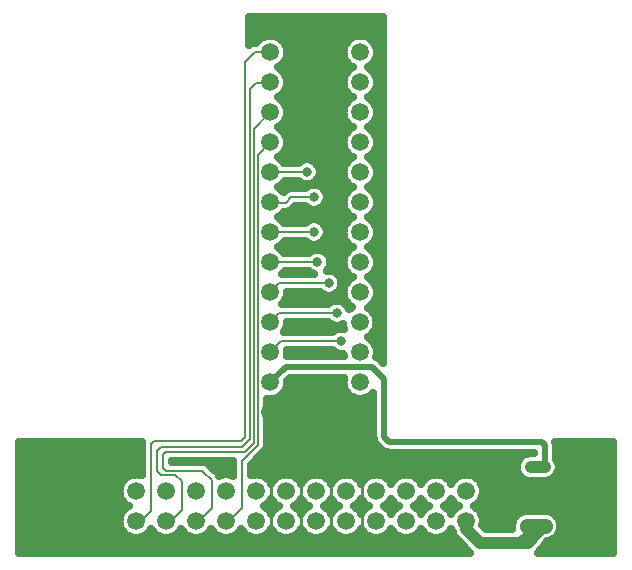
<source format=gbr>
G04 DipTrace 3.0.0.2*
G04 Bottom.gbr*
%MOIN*%
G04 #@! TF.FileFunction,Copper,L2,Bot*
G04 #@! TF.Part,Single*
G04 #@! TA.AperFunction,Conductor*
%ADD10C,0.01*%
%ADD14C,0.007*%
%ADD15C,0.03*%
%ADD17C,0.02*%
%ADD18C,0.028*%
%ADD19C,0.05*%
%ADD20C,0.04*%
G04 #@! TA.AperFunction,CopperBalancing*
%ADD22C,0.025*%
G04 #@! TA.AperFunction,ComponentPad*
%ADD23C,0.059055*%
%ADD27R,0.059055X0.059055*%
G04 #@! TA.AperFunction,ViaPad*
%ADD28C,0.031496*%
%FSLAX26Y26*%
G04*
G70*
G90*
G75*
G01*
G04 Bottom*
%LPD*%
X1410368Y1495013D2*
D14*
X1265473D1*
X1264160Y1493701D1*
X1459711Y1324541D2*
X1295000D1*
X1264160Y1293701D1*
X1117441Y531221D2*
X1125315D1*
X1170079Y575984D1*
Y731103D1*
X1223622Y784646D1*
Y1753163D1*
X1264160Y1793701D1*
X1387402Y1695145D2*
X1265604D1*
X1264160Y1693701D1*
X1410761Y1611286D2*
X1334383D1*
X1315617Y1592520D1*
X1264160D1*
Y1593701D1*
X817441Y531221D2*
X833058D1*
X867586Y565748D1*
Y788583D1*
X876378Y797376D1*
X1166667D1*
X1180709Y811418D1*
Y2062074D1*
X1213780Y2095145D1*
X1262717D1*
X1264160Y2093701D1*
Y893701D2*
D10*
Y652638D1*
X1268373Y648425D1*
Y454725D1*
X1276378Y446719D1*
X1523622D1*
X1568767Y491864D1*
Y889095D1*
X1564160Y893701D1*
Y761929D1*
X1467454Y665223D1*
Y467848D1*
X1387533D1*
X1366011Y489370D1*
Y791851D1*
X1264160Y893701D1*
X607087Y556299D2*
D14*
X649082D1*
X765092Y440289D1*
X1279232D1*
D10*
X1276378Y446719D1*
X1264160Y993701D2*
D17*
X1315866Y1045407D1*
X1603281D1*
X1644620Y1004068D1*
Y812074D1*
X1660761Y795932D1*
X2168898D1*
X2179397Y785433D1*
Y711155D1*
Y514698D2*
D15*
X2135433Y470735D1*
D18*
X2101969D1*
D17*
X2126509Y495276D1*
Y508662D1*
X2120998Y514173D1*
D19*
X2179397Y514698D1*
X2131890Y711024D2*
D20*
X2179397Y711155D1*
X1917441Y531221D2*
Y505525D1*
X1964305Y458662D1*
X2123360D1*
X2135433Y470735D1*
X1017441Y531221D2*
D14*
X1026759D1*
X1069029Y573491D1*
Y667323D1*
X1036877Y699475D1*
X916667D1*
X908268Y707874D1*
Y754593D1*
X916142Y762467D1*
X1180578D1*
X1210236Y792126D1*
Y1839777D1*
X1264160Y1893701D1*
X917441Y531221D2*
X932271D1*
X970998Y569948D1*
Y663517D1*
X948425Y686089D1*
X900131D1*
X887271Y698950D1*
Y766667D1*
X900131Y779528D1*
X1170998D1*
X1195276Y803806D1*
Y1970866D1*
X1217454Y1993045D1*
X1263504D1*
X1264160Y1993701D1*
X1421654Y1394882D2*
X1265341D1*
X1264160Y1393701D1*
X1486221Y1224803D2*
X1293701D1*
X1264160Y1195263D1*
Y1193701D1*
X1500919Y1131103D2*
X1301562D1*
X1264160Y1093701D1*
D28*
X1410368Y1495013D3*
X1459711Y1324541D3*
X1387402Y1695145D3*
X1410761Y1611286D3*
X607087Y556299D3*
X2179397Y711155D3*
Y514698D3*
D3*
Y711155D3*
X1421654Y1394882D3*
X1486221Y1224803D3*
X1500919Y1131103D3*
X2131890Y711024D3*
X2120998Y514173D3*
X1196402Y2186726D2*
D22*
X1638227D1*
X1196402Y2161857D2*
X1638227D1*
X1196402Y2136988D2*
X1226118D1*
X1302211D2*
X1526118D1*
X1602211D2*
X1638227D1*
X1319546Y2112120D2*
X1508735D1*
X1619546D2*
X1638227D1*
X1322328Y2087251D2*
X1506000D1*
X1622328D2*
X1638227D1*
X1313100Y2062382D2*
X1515230D1*
X1613100D2*
X1638227D1*
X1301576Y2037513D2*
X1526752D1*
X1601576D2*
X1638227D1*
X1319399Y2012645D2*
X1508931D1*
X1619399D2*
X1638227D1*
X1322378Y1987776D2*
X1505952D1*
X1622378D2*
X1638227D1*
X1313442Y1962907D2*
X1514887D1*
X1613442D2*
X1638227D1*
X1300894Y1938038D2*
X1527436D1*
X1600894D2*
X1638227D1*
X1319204Y1913170D2*
X1509126D1*
X1619204D2*
X1638227D1*
X1322427Y1888301D2*
X1505903D1*
X1622427D2*
X1638227D1*
X1313784Y1863432D2*
X1514546D1*
X1613784D2*
X1638227D1*
X1300210Y1838563D2*
X1528120D1*
X1600210D2*
X1638227D1*
X1319008Y1813694D2*
X1509322D1*
X1619008D2*
X1638227D1*
X1322475Y1788826D2*
X1505855D1*
X1622475D2*
X1638227D1*
X1314126Y1763957D2*
X1514204D1*
X1614126D2*
X1638227D1*
X1299478Y1739088D2*
X1528803D1*
X1599478D2*
X1638227D1*
X1427603Y1714219D2*
X1509516D1*
X1618764D2*
X1638227D1*
X1431752Y1689351D2*
X1505806D1*
X1622524D2*
X1638227D1*
X1314467Y1664482D2*
X1355855D1*
X1418960D2*
X1513862D1*
X1614467D2*
X1638227D1*
X1298744Y1639613D2*
X1322016D1*
X1444595D2*
X1529584D1*
X1598744D2*
X1638227D1*
X1455336Y1614744D2*
X1509760D1*
X1618570D2*
X1638227D1*
X1449672Y1589876D2*
X1505756D1*
X1622574D2*
X1638227D1*
X1330044Y1565007D2*
X1513570D1*
X1614760D2*
X1638227D1*
X1298012Y1540138D2*
X1530318D1*
X1598012D2*
X1638227D1*
X1449916Y1515269D2*
X1509956D1*
X1618374D2*
X1638227D1*
X1454848Y1490400D2*
X1505756D1*
X1622574D2*
X1638227D1*
X1443130Y1465532D2*
X1513227D1*
X1615103D2*
X1638227D1*
X1297183Y1440663D2*
X1531099D1*
X1597183D2*
X1638227D1*
X1460855Y1415794D2*
X1510200D1*
X1618130D2*
X1638227D1*
X1466226Y1390925D2*
X1505708D1*
X1622622D2*
X1638227D1*
X1469986Y1366057D2*
X1512935D1*
X1615395D2*
X1638227D1*
X1501040Y1341188D2*
X1531928D1*
X1596402D2*
X1638227D1*
X1617935Y1316319D2*
X1638227D1*
X1322622Y1291450D2*
X1430952D1*
X1488442D2*
X1505708D1*
X1622622D2*
X1638227D1*
X1315688Y1266582D2*
X1477486D1*
X1494958D2*
X1512642D1*
X1615688D2*
X1638227D1*
X1593960Y1241713D2*
X1638227D1*
X1616079Y1216844D2*
X1638227D1*
X1322671Y1191975D2*
X1457124D1*
X1621059D2*
X1638227D1*
X1315982Y1167107D2*
X1476314D1*
X1614370D2*
X1638227D1*
X1594643Y1142238D2*
X1638227D1*
X1617446Y1117369D2*
X1638227D1*
X1322671Y1092500D2*
X1481294D1*
X1622671D2*
X1638227D1*
X1322671Y993025D2*
X1505659D1*
X1316519Y968156D2*
X1511811D1*
X1291079Y943288D2*
X1537251D1*
X1591079D2*
X1605610D1*
X1256118Y918419D2*
X1605610D1*
X1256118Y893550D2*
X1605610D1*
X1256118Y868681D2*
X1605610D1*
X1256118Y843813D2*
X1605610D1*
X1256118Y818944D2*
X1605610D1*
X428726Y794075D2*
X835591D1*
X1256118D2*
X1610395D1*
X2217348D2*
X2405952D1*
X428726Y769206D2*
X835103D1*
X1251822D2*
X1633394D1*
X2218374D2*
X2405952D1*
X428726Y744337D2*
X835103D1*
X1228238D2*
X2096967D1*
X2218374D2*
X2405952D1*
X428726Y719469D2*
X835103D1*
X1061782D2*
X1137592D1*
X1203383D2*
X2083687D1*
X2227651D2*
X2405952D1*
X428726Y694600D2*
X835103D1*
X1086684D2*
X1137592D1*
X1202554D2*
X2085883D1*
X2225356D2*
X2405952D1*
X428726Y669731D2*
X774263D1*
X1260610D2*
X1274263D1*
X1360610D2*
X1374263D1*
X1460610D2*
X1474263D1*
X1560610D2*
X1574263D1*
X1660610D2*
X1674263D1*
X1760610D2*
X1774263D1*
X1860610D2*
X1874263D1*
X1960610D2*
X2108003D1*
X2202992D2*
X2405952D1*
X428726Y644862D2*
X760591D1*
X1974282D2*
X2405952D1*
X428726Y619994D2*
X760054D1*
X1974819D2*
X2405952D1*
X428726Y595125D2*
X772114D1*
X1262759D2*
X1272113D1*
X1362759D2*
X1372113D1*
X1462759D2*
X1472113D1*
X1562759D2*
X1572113D1*
X1662759D2*
X1672113D1*
X1762759D2*
X1772113D1*
X1862759D2*
X1872113D1*
X1962759D2*
X2405952D1*
X428726Y570256D2*
X774751D1*
X1260122D2*
X1274751D1*
X1360122D2*
X1374751D1*
X1460122D2*
X1474751D1*
X1560122D2*
X1574751D1*
X1660122D2*
X1674751D1*
X1760122D2*
X1774751D1*
X1860122D2*
X1874751D1*
X1960122D2*
X2405952D1*
X428726Y545387D2*
X760738D1*
X1974135D2*
X2077534D1*
X2223256D2*
X2405952D1*
X428726Y520519D2*
X759956D1*
X1974916D2*
X2067378D1*
X2233071D2*
X2405952D1*
X428726Y495650D2*
X771675D1*
X863198D2*
X871672D1*
X963198D2*
X971672D1*
X1063198D2*
X1071672D1*
X1163198D2*
X1171672D1*
X1263198D2*
X1271672D1*
X1363198D2*
X1371672D1*
X1463198D2*
X1471672D1*
X1563198D2*
X1571672D1*
X1663198D2*
X1671672D1*
X1763198D2*
X1771672D1*
X2229751D2*
X2405952D1*
X428726Y470781D2*
X1883931D1*
X2208803D2*
X2405952D1*
X428726Y445912D2*
X1908784D1*
X2177260D2*
X2405952D1*
X1608130Y959059D2*
X1603772Y954089D1*
X1597088Y948381D1*
X1589592Y943788D1*
X1581471Y940423D1*
X1572924Y938372D1*
X1564160Y937681D1*
X1555397Y938372D1*
X1546849Y940423D1*
X1538729Y943788D1*
X1531232Y948381D1*
X1524549Y954089D1*
X1518840Y960773D1*
X1514247Y968269D1*
X1510882Y976390D1*
X1508831Y984937D1*
X1508141Y993701D1*
X1508831Y1002465D1*
X1510290Y1008912D1*
X1330966Y1008915D1*
X1320023Y997956D1*
X1320007Y989306D1*
X1318631Y980624D1*
X1315916Y972263D1*
X1311925Y964431D1*
X1306757Y957319D1*
X1300542Y951104D1*
X1293431Y945936D1*
X1285599Y941945D1*
X1277238Y939230D1*
X1268555Y937855D1*
X1259765D1*
X1253628Y938723D1*
X1253523Y782293D1*
X1252146Y775378D1*
X1249194Y768975D1*
X1244830Y763439D1*
X1200071Y718603D1*
X1200130Y684499D1*
X1208677Y686550D1*
X1217441Y687240D1*
X1226205Y686550D1*
X1234752Y684499D1*
X1242873Y681134D1*
X1250369Y676541D1*
X1257053Y670832D1*
X1262761Y664149D1*
X1267435Y656482D1*
X1272121Y664149D1*
X1277830Y670832D1*
X1284513Y676541D1*
X1292009Y681134D1*
X1300130Y684499D1*
X1308677Y686550D1*
X1317441Y687240D1*
X1326205Y686550D1*
X1334752Y684499D1*
X1342873Y681134D1*
X1350369Y676541D1*
X1357053Y670832D1*
X1362761Y664149D1*
X1367435Y656482D1*
X1372121Y664149D1*
X1377830Y670832D1*
X1384513Y676541D1*
X1392009Y681134D1*
X1400130Y684499D1*
X1408677Y686550D1*
X1417441Y687240D1*
X1426205Y686550D1*
X1434752Y684499D1*
X1442873Y681134D1*
X1450369Y676541D1*
X1457053Y670832D1*
X1462761Y664149D1*
X1467435Y656482D1*
X1472121Y664149D1*
X1477830Y670832D1*
X1484513Y676541D1*
X1492009Y681134D1*
X1500130Y684499D1*
X1508677Y686550D1*
X1517441Y687240D1*
X1526205Y686550D1*
X1534752Y684499D1*
X1542873Y681134D1*
X1550369Y676541D1*
X1557053Y670832D1*
X1562761Y664149D1*
X1567435Y656482D1*
X1572121Y664149D1*
X1577830Y670832D1*
X1584513Y676541D1*
X1592009Y681134D1*
X1600130Y684499D1*
X1608677Y686550D1*
X1617441Y687240D1*
X1626205Y686550D1*
X1634752Y684499D1*
X1642873Y681134D1*
X1650369Y676541D1*
X1657053Y670832D1*
X1662761Y664149D1*
X1667435Y656482D1*
X1672121Y664149D1*
X1677830Y670832D1*
X1684513Y676541D1*
X1692009Y681134D1*
X1700130Y684499D1*
X1708677Y686550D1*
X1717441Y687240D1*
X1726205Y686550D1*
X1734752Y684499D1*
X1742873Y681134D1*
X1750369Y676541D1*
X1757053Y670832D1*
X1762761Y664149D1*
X1767435Y656482D1*
X1772121Y664149D1*
X1777830Y670832D1*
X1784513Y676541D1*
X1792009Y681134D1*
X1800130Y684499D1*
X1808677Y686550D1*
X1817441Y687240D1*
X1826205Y686550D1*
X1834752Y684499D1*
X1842873Y681134D1*
X1850369Y676541D1*
X1857053Y670832D1*
X1862761Y664149D1*
X1867435Y656482D1*
X1872121Y664149D1*
X1877830Y670832D1*
X1884513Y676541D1*
X1892009Y681134D1*
X1900130Y684499D1*
X1908677Y686550D1*
X1917441Y687240D1*
X1926205Y686550D1*
X1934752Y684499D1*
X1942873Y681134D1*
X1950369Y676541D1*
X1957053Y670832D1*
X1962761Y664149D1*
X1967355Y656652D1*
X1970719Y648532D1*
X1972771Y639984D1*
X1973461Y631221D1*
X1972771Y622457D1*
X1970719Y613910D1*
X1967355Y605789D1*
X1962761Y598293D1*
X1957053Y591609D1*
X1950369Y585900D1*
X1942702Y581227D1*
X1950369Y576541D1*
X1957053Y570832D1*
X1962761Y564149D1*
X1967355Y556652D1*
X1970719Y548532D1*
X1972771Y539984D1*
X1973461Y531221D1*
X1972771Y522457D1*
X1971620Y517101D1*
X1983566Y505151D1*
X2070310Y505154D1*
X2069508Y513710D1*
X2070068Y521771D1*
X2071885Y529645D1*
X2074910Y537137D1*
X2079070Y544065D1*
X2084261Y550255D1*
X2090358Y555558D1*
X2097209Y559841D1*
X2104646Y563000D1*
X2112486Y564957D1*
X2120534Y565663D1*
X2182975Y566066D1*
X2190966Y564874D1*
X2198673Y562446D1*
X2205906Y558843D1*
X2212484Y554152D1*
X2218250Y548491D1*
X2223057Y541996D1*
X2226790Y534831D1*
X2229356Y527168D1*
X2230692Y519200D1*
X2230764Y511120D1*
X2229572Y503129D1*
X2227145Y495421D1*
X2223541Y488189D1*
X2218851Y481610D1*
X2213189Y475845D1*
X2206694Y471038D1*
X2199529Y467305D1*
X2191866Y464739D1*
X2187204Y463824D1*
X2179630Y456253D1*
X2176858Y449629D1*
X2173046Y443408D1*
X2168309Y437860D1*
X2156659Y426211D1*
X2408477Y426201D1*
X2408445Y794316D1*
X2214841Y794272D1*
X2215776Y788297D1*
X2215889Y739974D1*
X2220763Y732377D1*
X2223574Y725645D1*
X2225295Y718555D1*
X2225889Y711284D1*
X2225336Y704009D1*
X2223652Y696911D1*
X2220879Y690163D1*
X2217084Y683932D1*
X2212362Y678372D1*
X2206828Y673618D1*
X2200618Y669789D1*
X2193886Y666978D1*
X2186797Y665256D1*
X2179525Y664663D1*
X2128370Y664666D1*
X2121162Y665786D1*
X2114217Y668021D1*
X2107708Y671316D1*
X2101794Y675588D1*
X2096621Y680732D1*
X2092316Y686622D1*
X2088986Y693113D1*
X2086713Y700046D1*
X2085551Y707248D1*
X2085532Y714544D1*
X2086652Y721752D1*
X2088887Y728697D1*
X2092183Y735206D1*
X2096454Y741120D1*
X2101599Y746293D1*
X2107488Y750597D1*
X2113979Y753928D1*
X2120912Y756201D1*
X2128114Y757362D1*
X2142944Y757546D1*
X2131398Y759440D1*
X1657898Y759553D1*
X1652243Y760448D1*
X1646797Y762218D1*
X1641694Y764818D1*
X1637062Y768183D1*
X1616870Y788374D1*
X1613505Y793007D1*
X1610906Y798109D1*
X1609135Y803555D1*
X1608240Y809210D1*
X1608128Y949574D1*
Y958998D1*
X1620007Y1089306D2*
X1618631Y1080624D1*
X1618105Y1078755D1*
X1624731Y1074929D1*
X1629084Y1071210D1*
X1640721Y1059575D1*
X1640729Y2211607D1*
X1193918Y2211595D1*
Y2117600D1*
X1198109Y2120717D1*
X1204512Y2123668D1*
X1211427Y2125044D1*
X1217832Y2125137D1*
X1221563Y2130083D1*
X1227778Y2136298D1*
X1234890Y2141466D1*
X1242722Y2145457D1*
X1251083Y2148172D1*
X1259765Y2149547D1*
X1268555D1*
X1277238Y2148172D1*
X1285599Y2145457D1*
X1293431Y2141466D1*
X1300542Y2136298D1*
X1306757Y2130083D1*
X1311925Y2122971D1*
X1315916Y2115139D1*
X1318631Y2106778D1*
X1320007Y2098096D1*
Y2089306D1*
X1318631Y2080624D1*
X1315916Y2072263D1*
X1311925Y2064431D1*
X1306757Y2057319D1*
X1300542Y2051104D1*
X1293431Y2045936D1*
X1289592Y2043614D1*
X1297088Y2039021D1*
X1303772Y2033313D1*
X1309481Y2026629D1*
X1314074Y2019133D1*
X1317439Y2011012D1*
X1319490Y2002465D1*
X1320180Y1993701D1*
X1319490Y1984937D1*
X1317439Y1976390D1*
X1314074Y1968269D1*
X1309481Y1960773D1*
X1303772Y1954089D1*
X1297088Y1948381D1*
X1289421Y1943708D1*
X1297088Y1939021D1*
X1303772Y1933313D1*
X1309481Y1926629D1*
X1314074Y1919133D1*
X1317439Y1911012D1*
X1319490Y1902465D1*
X1320180Y1893701D1*
X1319490Y1884937D1*
X1317439Y1876390D1*
X1314074Y1868269D1*
X1309481Y1860773D1*
X1303772Y1854089D1*
X1297088Y1848381D1*
X1289421Y1843708D1*
X1297088Y1839021D1*
X1303772Y1833313D1*
X1309481Y1826629D1*
X1314074Y1819133D1*
X1317439Y1811012D1*
X1319490Y1802465D1*
X1320180Y1793701D1*
X1319490Y1784937D1*
X1317439Y1776390D1*
X1314074Y1768269D1*
X1309481Y1760773D1*
X1303772Y1754089D1*
X1297088Y1748381D1*
X1289421Y1743708D1*
X1297088Y1739021D1*
X1303772Y1733313D1*
X1309481Y1726629D1*
X1310483Y1725129D1*
X1357645Y1725137D1*
X1362574Y1729318D1*
X1368225Y1732781D1*
X1374349Y1735318D1*
X1380794Y1736865D1*
X1387402Y1737385D1*
X1394009Y1736865D1*
X1400454Y1735318D1*
X1406579Y1732781D1*
X1412230Y1729318D1*
X1417271Y1725013D1*
X1421575Y1719973D1*
X1425038Y1714322D1*
X1427575Y1708197D1*
X1429122Y1701752D1*
X1429642Y1695145D1*
X1429122Y1688537D1*
X1427575Y1682092D1*
X1425038Y1675967D1*
X1421575Y1670316D1*
X1417271Y1665276D1*
X1412230Y1660971D1*
X1406579Y1657508D1*
X1400454Y1654971D1*
X1394009Y1653424D1*
X1387402Y1652904D1*
X1380794Y1653424D1*
X1374349Y1654971D1*
X1368225Y1657508D1*
X1362574Y1660971D1*
X1357676Y1665145D1*
X1312353Y1665152D1*
X1306757Y1657319D1*
X1300542Y1651104D1*
X1293431Y1645936D1*
X1289592Y1643614D1*
X1297088Y1639021D1*
X1303772Y1633313D1*
X1308534Y1627830D1*
X1316755Y1635550D1*
X1322906Y1638995D1*
X1329692Y1640910D1*
X1334383Y1641278D1*
X1381015D1*
X1385933Y1645460D1*
X1391584Y1648923D1*
X1397709Y1651460D1*
X1404154Y1653007D1*
X1410761Y1653526D1*
X1417369Y1653007D1*
X1423814Y1651460D1*
X1429939Y1648923D1*
X1435589Y1645460D1*
X1440630Y1641155D1*
X1444935Y1636114D1*
X1448398Y1630463D1*
X1450935Y1624339D1*
X1452482Y1617894D1*
X1453002Y1611286D1*
X1452482Y1604679D1*
X1450935Y1598234D1*
X1448398Y1592109D1*
X1444935Y1586458D1*
X1440630Y1581418D1*
X1435589Y1577113D1*
X1429939Y1573650D1*
X1423814Y1571113D1*
X1417369Y1569566D1*
X1410761Y1569046D1*
X1404154Y1569566D1*
X1397709Y1571113D1*
X1391584Y1573650D1*
X1385933Y1577113D1*
X1381036Y1581286D1*
X1346752Y1581240D1*
X1333246Y1568256D1*
X1327095Y1564811D1*
X1320309Y1562897D1*
X1310685Y1562528D1*
X1306757Y1557319D1*
X1300542Y1551104D1*
X1293431Y1545936D1*
X1289592Y1543614D1*
X1297088Y1539021D1*
X1303772Y1533313D1*
X1309481Y1526629D1*
X1310559Y1525015D1*
X1380658Y1525005D1*
X1385540Y1529187D1*
X1391191Y1532650D1*
X1397315Y1535187D1*
X1403760Y1536734D1*
X1410368Y1537253D1*
X1416975Y1536734D1*
X1423420Y1535187D1*
X1429545Y1532650D1*
X1435196Y1529187D1*
X1440236Y1524882D1*
X1444541Y1519841D1*
X1448004Y1514191D1*
X1450541Y1508066D1*
X1452088Y1501621D1*
X1452608Y1495013D1*
X1452088Y1488406D1*
X1450541Y1481961D1*
X1448004Y1475836D1*
X1444541Y1470185D1*
X1440236Y1465145D1*
X1435196Y1460840D1*
X1429545Y1457377D1*
X1423420Y1454840D1*
X1416975Y1453293D1*
X1410368Y1452773D1*
X1403760Y1453293D1*
X1397315Y1454840D1*
X1391191Y1457377D1*
X1385540Y1460840D1*
X1380642Y1465013D1*
X1312272Y1465021D1*
X1306757Y1457319D1*
X1300542Y1451104D1*
X1293431Y1445936D1*
X1289592Y1443614D1*
X1297088Y1439021D1*
X1303772Y1433313D1*
X1309481Y1426629D1*
X1310655Y1424872D1*
X1391953Y1424874D1*
X1396826Y1429055D1*
X1402477Y1432519D1*
X1408601Y1435055D1*
X1415046Y1436603D1*
X1421654Y1437122D1*
X1428261Y1436603D1*
X1434706Y1435055D1*
X1440831Y1432519D1*
X1446482Y1429055D1*
X1451523Y1424751D1*
X1455827Y1419710D1*
X1459290Y1414059D1*
X1461827Y1407935D1*
X1463374Y1401490D1*
X1463894Y1394882D1*
X1463374Y1388274D1*
X1461827Y1381830D1*
X1459290Y1375705D1*
X1455827Y1370054D1*
X1452604Y1366184D1*
X1459711Y1366781D1*
X1466319Y1366261D1*
X1472764Y1364714D1*
X1478889Y1362177D1*
X1484540Y1358714D1*
X1489580Y1354410D1*
X1493885Y1349369D1*
X1497348Y1343718D1*
X1499885Y1337593D1*
X1501432Y1331149D1*
X1501952Y1324541D1*
X1501432Y1317933D1*
X1499885Y1311488D1*
X1497348Y1305364D1*
X1493885Y1299713D1*
X1489580Y1294672D1*
X1484540Y1290368D1*
X1478889Y1286904D1*
X1472764Y1284368D1*
X1466319Y1282820D1*
X1459711Y1282301D1*
X1453104Y1282820D1*
X1446659Y1284368D1*
X1440534Y1286904D1*
X1434883Y1290368D1*
X1429986Y1294541D1*
X1320210Y1294549D1*
X1319490Y1284937D1*
X1317439Y1276390D1*
X1314074Y1268269D1*
X1309481Y1260773D1*
X1304414Y1254784D1*
X1456445Y1254795D1*
X1461393Y1258977D1*
X1467044Y1262440D1*
X1473168Y1264977D1*
X1479613Y1266524D1*
X1486221Y1267044D1*
X1492828Y1266524D1*
X1499273Y1264977D1*
X1505398Y1262440D1*
X1511049Y1258977D1*
X1516089Y1254672D1*
X1520394Y1249631D1*
X1523857Y1243981D1*
X1526713Y1236722D1*
X1533315Y1241466D1*
X1538167Y1244083D1*
X1531232Y1248381D1*
X1524549Y1254089D1*
X1518840Y1260773D1*
X1514247Y1268269D1*
X1510882Y1276390D1*
X1508831Y1284937D1*
X1508141Y1293701D1*
X1508831Y1302465D1*
X1510882Y1311012D1*
X1514247Y1319133D1*
X1518840Y1326629D1*
X1524549Y1333313D1*
X1531232Y1339021D1*
X1538899Y1343694D1*
X1531232Y1348381D1*
X1524549Y1354089D1*
X1518840Y1360773D1*
X1514247Y1368269D1*
X1510882Y1376390D1*
X1508831Y1384937D1*
X1508141Y1393701D1*
X1508831Y1402465D1*
X1510882Y1411012D1*
X1514247Y1419133D1*
X1518840Y1426629D1*
X1524549Y1433313D1*
X1531232Y1439021D1*
X1538899Y1443694D1*
X1531232Y1448381D1*
X1524549Y1454089D1*
X1518840Y1460773D1*
X1514247Y1468269D1*
X1510882Y1476390D1*
X1508831Y1484937D1*
X1508141Y1493701D1*
X1508831Y1502465D1*
X1510882Y1511012D1*
X1514247Y1519133D1*
X1518840Y1526629D1*
X1524549Y1533313D1*
X1531232Y1539021D1*
X1538899Y1543694D1*
X1531232Y1548381D1*
X1524549Y1554089D1*
X1518840Y1560773D1*
X1514247Y1568269D1*
X1510882Y1576390D1*
X1508831Y1584937D1*
X1508141Y1593701D1*
X1508831Y1602465D1*
X1510882Y1611012D1*
X1514247Y1619133D1*
X1518840Y1626629D1*
X1524549Y1633313D1*
X1531232Y1639021D1*
X1538899Y1643694D1*
X1531232Y1648381D1*
X1524549Y1654089D1*
X1518840Y1660773D1*
X1514247Y1668269D1*
X1510882Y1676390D1*
X1508831Y1684937D1*
X1508141Y1693701D1*
X1508831Y1702465D1*
X1510882Y1711012D1*
X1514247Y1719133D1*
X1518840Y1726629D1*
X1524549Y1733313D1*
X1531232Y1739021D1*
X1538899Y1743694D1*
X1531232Y1748381D1*
X1524549Y1754089D1*
X1518840Y1760773D1*
X1514247Y1768269D1*
X1510882Y1776390D1*
X1508831Y1784937D1*
X1508141Y1793701D1*
X1508831Y1802465D1*
X1510882Y1811012D1*
X1514247Y1819133D1*
X1518840Y1826629D1*
X1524549Y1833313D1*
X1531232Y1839021D1*
X1538899Y1843694D1*
X1531232Y1848381D1*
X1524549Y1854089D1*
X1518840Y1860773D1*
X1514247Y1868269D1*
X1510882Y1876390D1*
X1508831Y1884937D1*
X1508141Y1893701D1*
X1508831Y1902465D1*
X1510882Y1911012D1*
X1514247Y1919133D1*
X1518840Y1926629D1*
X1524549Y1933313D1*
X1531232Y1939021D1*
X1538899Y1943694D1*
X1531232Y1948381D1*
X1524549Y1954089D1*
X1518840Y1960773D1*
X1514247Y1968269D1*
X1510882Y1976390D1*
X1508831Y1984937D1*
X1508141Y1993701D1*
X1508831Y2002465D1*
X1510882Y2011012D1*
X1514247Y2019133D1*
X1518840Y2026629D1*
X1524549Y2033313D1*
X1531232Y2039021D1*
X1538899Y2043694D1*
X1531232Y2048381D1*
X1524549Y2054089D1*
X1518840Y2060773D1*
X1514247Y2068269D1*
X1510882Y2076390D1*
X1508831Y2084937D1*
X1508141Y2093701D1*
X1508831Y2102465D1*
X1510882Y2111012D1*
X1514247Y2119133D1*
X1518840Y2126629D1*
X1524549Y2133313D1*
X1531232Y2139021D1*
X1538729Y2143614D1*
X1546849Y2146979D1*
X1555397Y2149030D1*
X1564160Y2149721D1*
X1572924Y2149030D1*
X1581471Y2146979D1*
X1589592Y2143614D1*
X1597088Y2139021D1*
X1603772Y2133313D1*
X1609481Y2126629D1*
X1614074Y2119133D1*
X1617439Y2111012D1*
X1619490Y2102465D1*
X1620180Y2093701D1*
X1619490Y2084937D1*
X1617439Y2076390D1*
X1614074Y2068269D1*
X1609481Y2060773D1*
X1603772Y2054089D1*
X1597088Y2048381D1*
X1589421Y2043708D1*
X1597088Y2039021D1*
X1603772Y2033313D1*
X1609481Y2026629D1*
X1614074Y2019133D1*
X1617439Y2011012D1*
X1619490Y2002465D1*
X1620180Y1993701D1*
X1619490Y1984937D1*
X1617439Y1976390D1*
X1614074Y1968269D1*
X1609481Y1960773D1*
X1603772Y1954089D1*
X1597088Y1948381D1*
X1589421Y1943708D1*
X1597088Y1939021D1*
X1603772Y1933313D1*
X1609481Y1926629D1*
X1614074Y1919133D1*
X1617439Y1911012D1*
X1619490Y1902465D1*
X1620180Y1893701D1*
X1619490Y1884937D1*
X1617439Y1876390D1*
X1614074Y1868269D1*
X1609481Y1860773D1*
X1603772Y1854089D1*
X1597088Y1848381D1*
X1589421Y1843708D1*
X1597088Y1839021D1*
X1603772Y1833313D1*
X1609481Y1826629D1*
X1614074Y1819133D1*
X1617439Y1811012D1*
X1619490Y1802465D1*
X1620180Y1793701D1*
X1619490Y1784937D1*
X1617439Y1776390D1*
X1614074Y1768269D1*
X1609481Y1760773D1*
X1603772Y1754089D1*
X1597088Y1748381D1*
X1589421Y1743708D1*
X1597088Y1739021D1*
X1603772Y1733313D1*
X1609481Y1726629D1*
X1614074Y1719133D1*
X1617439Y1711012D1*
X1619490Y1702465D1*
X1620180Y1693701D1*
X1619490Y1684937D1*
X1617439Y1676390D1*
X1614074Y1668269D1*
X1609481Y1660773D1*
X1603772Y1654089D1*
X1597088Y1648381D1*
X1589421Y1643708D1*
X1597088Y1639021D1*
X1603772Y1633313D1*
X1609481Y1626629D1*
X1614074Y1619133D1*
X1617439Y1611012D1*
X1619490Y1602465D1*
X1620180Y1593701D1*
X1619490Y1584937D1*
X1617439Y1576390D1*
X1614074Y1568269D1*
X1609481Y1560773D1*
X1603772Y1554089D1*
X1597088Y1548381D1*
X1589421Y1543708D1*
X1597088Y1539021D1*
X1603772Y1533313D1*
X1609481Y1526629D1*
X1614074Y1519133D1*
X1617439Y1511012D1*
X1619490Y1502465D1*
X1620180Y1493701D1*
X1619490Y1484937D1*
X1617439Y1476390D1*
X1614074Y1468269D1*
X1609481Y1460773D1*
X1603772Y1454089D1*
X1597088Y1448381D1*
X1589421Y1443708D1*
X1597088Y1439021D1*
X1603772Y1433313D1*
X1609481Y1426629D1*
X1614074Y1419133D1*
X1617439Y1411012D1*
X1619490Y1402465D1*
X1620180Y1393701D1*
X1619490Y1384937D1*
X1617439Y1376390D1*
X1614074Y1368269D1*
X1609481Y1360773D1*
X1603772Y1354089D1*
X1597088Y1348381D1*
X1589421Y1343708D1*
X1597088Y1339021D1*
X1603772Y1333313D1*
X1609481Y1326629D1*
X1614074Y1319133D1*
X1617439Y1311012D1*
X1619490Y1302465D1*
X1620180Y1293701D1*
X1619490Y1284937D1*
X1617439Y1276390D1*
X1614074Y1268269D1*
X1609481Y1260773D1*
X1603772Y1254089D1*
X1597088Y1248381D1*
X1588579Y1243319D1*
X1595513Y1239021D1*
X1602197Y1233313D1*
X1607906Y1226629D1*
X1612499Y1219133D1*
X1615864Y1211012D1*
X1617915Y1202465D1*
X1618605Y1193701D1*
X1617915Y1184937D1*
X1615864Y1176390D1*
X1612499Y1168269D1*
X1607906Y1160773D1*
X1602197Y1154089D1*
X1595513Y1148381D1*
X1588603Y1144114D1*
X1597088Y1139021D1*
X1603772Y1133313D1*
X1609481Y1126629D1*
X1614074Y1119133D1*
X1617439Y1111012D1*
X1619490Y1102465D1*
X1620180Y1093701D1*
X1620007Y1089306D1*
X1509437Y1081887D2*
X1508305Y1089529D1*
X1500919Y1088862D1*
X1494311Y1089382D1*
X1487866Y1090929D1*
X1481742Y1093466D1*
X1476091Y1096929D1*
X1471193Y1101103D1*
X1319718Y1101110D1*
X1320180Y1093701D1*
X1319490Y1084937D1*
X1318883Y1081887D1*
X1509372Y1081899D1*
X1510881Y1172154D2*
X1508114Y1180624D1*
X1506898Y1187958D1*
X1499273Y1184630D1*
X1492828Y1183083D1*
X1486221Y1182563D1*
X1479613Y1183083D1*
X1473168Y1184630D1*
X1467044Y1187167D1*
X1461393Y1190630D1*
X1456495Y1194803D1*
X1320156Y1194811D1*
X1319490Y1184937D1*
X1317439Y1176390D1*
X1314074Y1168269D1*
X1309701Y1161103D1*
X1471142Y1161095D1*
X1476091Y1165276D1*
X1481742Y1168739D1*
X1487866Y1171276D1*
X1494311Y1172823D1*
X1500919Y1173343D1*
X1507526Y1172823D1*
X1510866Y1172151D1*
X1312185Y1364895D2*
X1306757Y1357319D1*
X1304180Y1354530D1*
X1408601Y1354709D1*
X1402477Y1357246D1*
X1396826Y1360709D1*
X1391928Y1364882D1*
X1312230Y1364890D1*
X1892180Y581227D2*
X1884513Y585900D1*
X1877830Y591609D1*
X1872121Y598293D1*
X1867448Y605960D1*
X1862761Y598293D1*
X1857053Y591609D1*
X1850369Y585900D1*
X1842702Y581227D1*
X1850369Y576541D1*
X1857053Y570832D1*
X1862761Y564149D1*
X1867435Y556482D1*
X1872121Y564149D1*
X1877830Y570832D1*
X1884513Y576541D1*
X1892180Y581214D1*
X1792180Y581227D2*
X1784513Y585900D1*
X1777830Y591609D1*
X1772121Y598293D1*
X1767448Y605960D1*
X1762761Y598293D1*
X1757053Y591609D1*
X1750369Y585900D1*
X1742702Y581227D1*
X1750369Y576541D1*
X1757053Y570832D1*
X1762761Y564149D1*
X1767435Y556482D1*
X1772121Y564149D1*
X1777830Y570832D1*
X1784513Y576541D1*
X1792180Y581214D1*
X1692180Y581227D2*
X1684513Y585900D1*
X1677830Y591609D1*
X1672121Y598293D1*
X1667448Y605960D1*
X1662761Y598293D1*
X1657053Y591609D1*
X1650369Y585900D1*
X1642702Y581227D1*
X1650369Y576541D1*
X1657053Y570832D1*
X1662761Y564149D1*
X1667435Y556482D1*
X1672121Y564149D1*
X1677830Y570832D1*
X1684513Y576541D1*
X1692180Y581214D1*
X1592180Y581227D2*
X1584513Y585900D1*
X1577830Y591609D1*
X1572121Y598293D1*
X1567448Y605960D1*
X1562761Y598293D1*
X1557053Y591609D1*
X1550369Y585900D1*
X1542702Y581227D1*
X1550369Y576541D1*
X1557053Y570832D1*
X1562761Y564149D1*
X1567435Y556482D1*
X1572121Y564149D1*
X1577830Y570832D1*
X1584513Y576541D1*
X1592180Y581214D1*
X1492180Y581227D2*
X1484513Y585900D1*
X1477830Y591609D1*
X1472121Y598293D1*
X1467448Y605960D1*
X1462761Y598293D1*
X1457053Y591609D1*
X1450369Y585900D1*
X1442702Y581227D1*
X1450369Y576541D1*
X1457053Y570832D1*
X1462761Y564149D1*
X1467435Y556482D1*
X1472121Y564149D1*
X1477830Y570832D1*
X1484513Y576541D1*
X1492180Y581214D1*
X1392180Y581227D2*
X1384513Y585900D1*
X1377830Y591609D1*
X1372121Y598293D1*
X1367448Y605960D1*
X1362761Y598293D1*
X1357053Y591609D1*
X1350369Y585900D1*
X1342702Y581227D1*
X1350369Y576541D1*
X1357053Y570832D1*
X1362761Y564149D1*
X1367435Y556482D1*
X1372121Y564149D1*
X1377830Y570832D1*
X1384513Y576541D1*
X1392180Y581214D1*
X1292180Y581227D2*
X1284513Y585900D1*
X1277830Y591609D1*
X1272121Y598293D1*
X1267448Y605960D1*
X1262761Y598293D1*
X1257053Y591609D1*
X1250369Y585900D1*
X1242702Y581227D1*
X1250369Y576541D1*
X1257053Y570832D1*
X1262761Y564149D1*
X1267435Y556482D1*
X1272121Y564149D1*
X1277830Y570832D1*
X1284513Y576541D1*
X1292180Y581214D1*
X1094927Y682479D2*
X1104364Y685692D1*
X1113046Y687067D1*
X1121836D1*
X1130519Y685692D1*
X1140080Y682421D1*
X1140087Y731112D1*
X1130578Y732475D1*
X938244D1*
X938260Y729446D1*
X1039230Y729376D1*
X1046145Y727999D1*
X1052547Y725047D1*
X1058084Y720683D1*
X1091835Y686801D1*
X1094607Y682986D1*
X792180Y581227D2*
X784513Y585900D1*
X777830Y591609D1*
X772121Y598293D1*
X767528Y605789D1*
X764163Y613910D1*
X762112Y622457D1*
X761421Y631221D1*
X762112Y639984D1*
X764163Y648532D1*
X767528Y656652D1*
X772121Y664149D1*
X777830Y670832D1*
X784513Y676541D1*
X792009Y681134D1*
X800130Y684499D1*
X808677Y686550D1*
X817441Y687240D1*
X826205Y686550D1*
X834752Y684499D1*
X837605Y683446D1*
X837685Y790936D1*
X837965Y793284D1*
X831418Y794272D1*
X426193D1*
X426201Y426156D1*
X1931034Y426201D1*
X1882088Y475331D1*
X1877801Y481232D1*
X1874488Y487734D1*
X1872234Y494672D1*
X1871520Y498267D1*
X1867355Y505789D1*
X1862761Y498293D1*
X1857053Y491609D1*
X1850369Y485900D1*
X1842873Y481307D1*
X1834752Y477942D1*
X1826205Y475891D1*
X1817441Y475201D1*
X1808677Y475891D1*
X1800130Y477942D1*
X1792009Y481307D1*
X1784513Y485900D1*
X1777830Y491609D1*
X1772121Y498293D1*
X1767448Y505960D1*
X1762761Y498293D1*
X1757053Y491609D1*
X1750369Y485900D1*
X1742873Y481307D1*
X1734752Y477942D1*
X1726205Y475891D1*
X1717441Y475201D1*
X1708677Y475891D1*
X1700130Y477942D1*
X1692009Y481307D1*
X1684513Y485900D1*
X1677830Y491609D1*
X1672121Y498293D1*
X1667448Y505960D1*
X1662761Y498293D1*
X1657053Y491609D1*
X1650369Y485900D1*
X1642873Y481307D1*
X1634752Y477942D1*
X1626205Y475891D1*
X1617441Y475201D1*
X1608677Y475891D1*
X1600130Y477942D1*
X1592009Y481307D1*
X1584513Y485900D1*
X1577830Y491609D1*
X1572121Y498293D1*
X1567448Y505960D1*
X1562761Y498293D1*
X1557053Y491609D1*
X1550369Y485900D1*
X1542873Y481307D1*
X1534752Y477942D1*
X1526205Y475891D1*
X1517441Y475201D1*
X1508677Y475891D1*
X1500130Y477942D1*
X1492009Y481307D1*
X1484513Y485900D1*
X1477830Y491609D1*
X1472121Y498293D1*
X1467448Y505960D1*
X1462761Y498293D1*
X1457053Y491609D1*
X1450369Y485900D1*
X1442873Y481307D1*
X1434752Y477942D1*
X1426205Y475891D1*
X1417441Y475201D1*
X1408677Y475891D1*
X1400130Y477942D1*
X1392009Y481307D1*
X1384513Y485900D1*
X1377830Y491609D1*
X1372121Y498293D1*
X1367448Y505960D1*
X1362761Y498293D1*
X1357053Y491609D1*
X1350369Y485900D1*
X1342873Y481307D1*
X1334752Y477942D1*
X1326205Y475891D1*
X1317441Y475201D1*
X1308677Y475891D1*
X1300130Y477942D1*
X1292009Y481307D1*
X1284513Y485900D1*
X1277830Y491609D1*
X1272121Y498293D1*
X1267448Y505960D1*
X1262761Y498293D1*
X1257053Y491609D1*
X1250369Y485900D1*
X1242873Y481307D1*
X1234752Y477942D1*
X1226205Y475891D1*
X1217441Y475201D1*
X1208677Y475891D1*
X1200130Y477942D1*
X1192009Y481307D1*
X1184513Y485900D1*
X1177830Y491609D1*
X1172121Y498293D1*
X1167448Y505960D1*
X1162761Y498293D1*
X1157053Y491609D1*
X1150369Y485900D1*
X1142873Y481307D1*
X1134752Y477942D1*
X1126205Y475891D1*
X1117441Y475201D1*
X1108677Y475891D1*
X1100130Y477942D1*
X1092009Y481307D1*
X1084513Y485900D1*
X1077830Y491609D1*
X1072121Y498293D1*
X1067448Y505960D1*
X1062761Y498293D1*
X1057053Y491609D1*
X1050369Y485900D1*
X1042873Y481307D1*
X1034752Y477942D1*
X1026205Y475891D1*
X1017441Y475201D1*
X1008677Y475891D1*
X1000130Y477942D1*
X992009Y481307D1*
X984513Y485900D1*
X977830Y491609D1*
X972121Y498293D1*
X967448Y505960D1*
X962761Y498293D1*
X957053Y491609D1*
X950369Y485900D1*
X942873Y481307D1*
X934752Y477942D1*
X926205Y475891D1*
X917441Y475201D1*
X908677Y475891D1*
X900130Y477942D1*
X892009Y481307D1*
X884513Y485900D1*
X877830Y491609D1*
X872121Y498293D1*
X867448Y505960D1*
X862761Y498293D1*
X857053Y491609D1*
X850369Y485900D1*
X842873Y481307D1*
X834752Y477942D1*
X826205Y475891D1*
X817441Y475201D1*
X808677Y475891D1*
X800130Y477942D1*
X792009Y481307D1*
X784513Y485900D1*
X777830Y491609D1*
X772121Y498293D1*
X767528Y505789D1*
X764163Y513910D1*
X762112Y522457D1*
X761421Y531221D1*
X762112Y539984D1*
X764163Y548532D1*
X767528Y556652D1*
X772121Y564149D1*
X777830Y570832D1*
X784513Y576541D1*
X792180Y581214D1*
D23*
X1564160Y893701D3*
Y993701D3*
Y1093701D3*
X1562586Y1193701D3*
X1564160Y1293701D3*
Y1393701D3*
Y1493701D3*
Y1593701D3*
Y1693701D3*
Y1793701D3*
Y1893701D3*
Y1993701D3*
Y2093701D3*
X1264160D3*
Y1993701D3*
Y1893701D3*
Y1793701D3*
Y1693701D3*
Y1593701D3*
Y1493701D3*
Y1393701D3*
Y1293701D3*
Y1193701D3*
Y1093701D3*
Y993701D3*
Y893701D3*
D27*
X2017441Y631221D3*
D23*
X1917441D3*
X1817441D3*
X1717441D3*
X1617441D3*
X1517441D3*
X1417441D3*
X1317441D3*
X1217441D3*
X1117441D3*
X1017441D3*
X917441D3*
X817441D3*
Y531221D3*
X917441D3*
X1017441D3*
X1117441D3*
X1217441D3*
X1317441D3*
X1417441D3*
X1517441D3*
X1617441D3*
X1717441D3*
X1817441D3*
X1917441D3*
X2017441D3*
M02*

</source>
